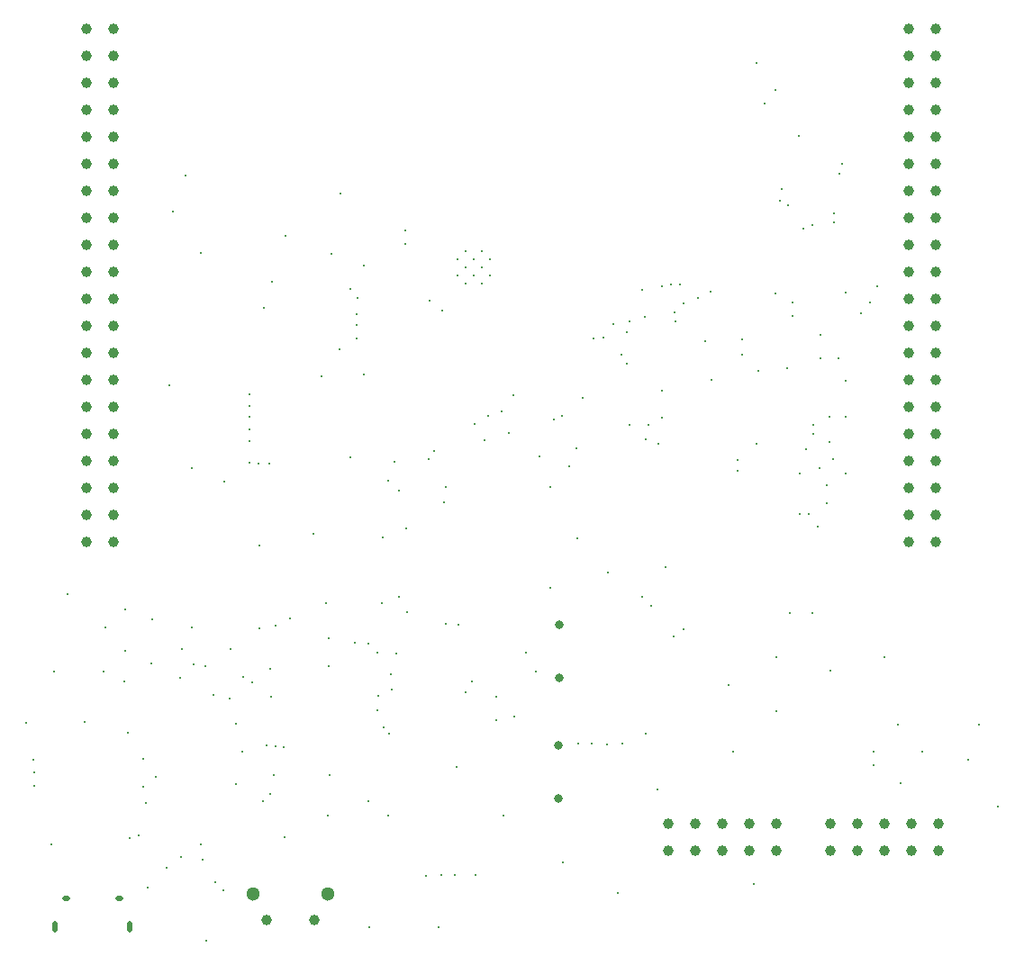
<source format=gbr>
%TF.GenerationSoftware,KiCad,Pcbnew,9.0.6-9.0.6~ubuntu25.04.1*%
%TF.CreationDate,2025-11-16T21:21:57+01:00*%
%TF.ProjectId,CPU,4350552e-6b69-4636-9164-5f7063625858,V0.2*%
%TF.SameCoordinates,Original*%
%TF.FileFunction,Plated,1,2,PTH,Mixed*%
%TF.FilePolarity,Positive*%
%FSLAX46Y46*%
G04 Gerber Fmt 4.6, Leading zero omitted, Abs format (unit mm)*
G04 Created by KiCad (PCBNEW 9.0.6-9.0.6~ubuntu25.04.1) date 2025-11-16 21:21:57*
%MOMM*%
%LPD*%
G01*
G04 APERTURE LIST*
%TA.AperFunction,ComponentDrill*%
%ADD10C,0.200000*%
%TD*%
%TA.AperFunction,ViaDrill*%
%ADD11C,0.300000*%
%TD*%
G04 aperture for slot hole*
%TA.AperFunction,ComponentDrill*%
%ADD12C,0.500000*%
%TD*%
G04 aperture for slot hole*
%TA.AperFunction,ComponentDrill*%
%ADD13C,0.550000*%
%TD*%
%TA.AperFunction,ComponentDrill*%
%ADD14C,0.800000*%
%TD*%
%TA.AperFunction,ComponentDrill*%
%ADD15C,1.000000*%
%TD*%
%TA.AperFunction,ComponentDrill*%
%ADD16C,1.300000*%
%TD*%
G04 APERTURE END LIST*
D10*
%TO.C,U401*%
X130389000Y-91347500D03*
X130389000Y-92872500D03*
X131151500Y-90585000D03*
X131151500Y-92110000D03*
X131151500Y-93635000D03*
X131914000Y-91347500D03*
X131914000Y-92872500D03*
X132676500Y-90585000D03*
X132676500Y-92110000D03*
X132676500Y-93635000D03*
X133439000Y-91347500D03*
X133439000Y-92872500D03*
%TD*%
D11*
X89789000Y-134924800D03*
X90500200Y-138430000D03*
X90525600Y-139598400D03*
X90551000Y-140893800D03*
X92176600Y-146329400D03*
X92430600Y-130124200D03*
X93726000Y-122783600D03*
X95331804Y-134810559D03*
X97091250Y-130076300D03*
X97282000Y-125933200D03*
X99060000Y-131013200D03*
X99085400Y-124231400D03*
X99085400Y-128193800D03*
X99364800Y-135839200D03*
X99537500Y-145745200D03*
X100397128Y-145507865D03*
X100812600Y-138353800D03*
X100812600Y-140970000D03*
X101066600Y-142457800D03*
X101230200Y-150418800D03*
X101600000Y-129311400D03*
X101625400Y-125171200D03*
X101955600Y-140030200D03*
X102970705Y-148581700D03*
X103244000Y-103170000D03*
X103564000Y-86870000D03*
X104306140Y-130696591D03*
X104357800Y-147523200D03*
X104463043Y-127961400D03*
X104783000Y-83439000D03*
X104783000Y-83439000D03*
X105349293Y-125936400D03*
X105359200Y-110998000D03*
X105508915Y-129461115D03*
X106205500Y-90779500D03*
X106212500Y-146380200D03*
X106433800Y-147802600D03*
X106611312Y-129583400D03*
X106730800Y-155397200D03*
X107391200Y-132334000D03*
X107594400Y-149910800D03*
X108381800Y-150698200D03*
X108432600Y-112268000D03*
X108940600Y-132613400D03*
X108991400Y-127961400D03*
X109509400Y-140665200D03*
X109560200Y-135001000D03*
X110159800Y-137642600D03*
X110185200Y-130581400D03*
X110798807Y-110505432D03*
X110802000Y-104010000D03*
X110802000Y-105153000D03*
X110802000Y-106169000D03*
X110802000Y-107312000D03*
X110802000Y-108455000D03*
X111059600Y-131129191D03*
X111639028Y-110553600D03*
X111750000Y-118211600D03*
X111750000Y-126050000D03*
X112064800Y-142316200D03*
X112194000Y-95900000D03*
X112369600Y-137058400D03*
X112694000Y-110553600D03*
X112705626Y-129895400D03*
X112739800Y-141638083D03*
X112866800Y-132443000D03*
X112944000Y-93472000D03*
X113050000Y-139850000D03*
X113216275Y-137133531D03*
X113269213Y-125787157D03*
X114019238Y-137240147D03*
X114074000Y-145671000D03*
X114181000Y-89154000D03*
X114594274Y-125087157D03*
X116844000Y-117120000D03*
X117594000Y-102362000D03*
X117983149Y-123708800D03*
X118200000Y-143650000D03*
X118237000Y-127000000D03*
X118237000Y-129616200D03*
X118350000Y-139850000D03*
X118499000Y-90805000D03*
X119261000Y-99822000D03*
X119344000Y-85120000D03*
X120250000Y-94150000D03*
X120269000Y-109982000D03*
X120675400Y-127381000D03*
X120912000Y-96525000D03*
X120912000Y-97536000D03*
X120912000Y-98806000D03*
X120950000Y-94950000D03*
X121513600Y-102184200D03*
X121550000Y-91950000D03*
X121950000Y-127481200D03*
X122000000Y-142300000D03*
X122044000Y-154170000D03*
X122809000Y-128295400D03*
X122822147Y-133743000D03*
X122898657Y-132393000D03*
X123254659Y-123702746D03*
X123325000Y-117475000D03*
X123418600Y-135320400D03*
X123800000Y-143650000D03*
X123844000Y-112120000D03*
X123940496Y-135991317D03*
X124104400Y-130393000D03*
X124190209Y-131838652D03*
X124468000Y-110363000D03*
X124561600Y-128397000D03*
X124844000Y-113120000D03*
X124849000Y-123063000D03*
X125484000Y-88646000D03*
X125484000Y-89916000D03*
X125548800Y-116620000D03*
X125653800Y-124485400D03*
X127355600Y-149301200D03*
X127649600Y-110119605D03*
X127744000Y-95220000D03*
X128183652Y-109383065D03*
X128544000Y-154170000D03*
X128828800Y-149275800D03*
X128944000Y-96139000D03*
X129105200Y-114220597D03*
X129286000Y-125628400D03*
X129294000Y-112715000D03*
X130094000Y-149220000D03*
X130276600Y-139115800D03*
X130429000Y-125693000D03*
X131089400Y-132080000D03*
X131749800Y-131064000D03*
X131978400Y-106781600D03*
X132044000Y-149270000D03*
X132918200Y-108331000D03*
X133248400Y-106070400D03*
X133985000Y-134645400D03*
X134035800Y-132435600D03*
X134544000Y-105670000D03*
X134650000Y-143650000D03*
X135178800Y-107654525D03*
X135594000Y-104120000D03*
X135712200Y-134315200D03*
X136810500Y-128300000D03*
X137713400Y-130068000D03*
X138057000Y-109855000D03*
X139073000Y-112776000D03*
X139073000Y-122270000D03*
X139385031Y-106379525D03*
X140164449Y-106086229D03*
X140294000Y-148020000D03*
X140843000Y-110820200D03*
X141568000Y-109093000D03*
X141650000Y-117602000D03*
X141740000Y-136906000D03*
X142121000Y-104394000D03*
X142950000Y-136900000D03*
X143129000Y-98740000D03*
X144062074Y-98711126D03*
X144373600Y-136956800D03*
X144534000Y-120751600D03*
X145000000Y-97450000D03*
X145440400Y-150952200D03*
X145725000Y-100330000D03*
X145844000Y-136900000D03*
X146282463Y-98200000D03*
X146282463Y-101154515D03*
X146513035Y-97141011D03*
X146527558Y-106919599D03*
X147700000Y-123070000D03*
X147752823Y-94240288D03*
X147963000Y-96774000D03*
X148015000Y-135973000D03*
X148039389Y-108236197D03*
X148344012Y-106870912D03*
X148600000Y-123900000D03*
X149158000Y-141180000D03*
X149233000Y-108712000D03*
X149538345Y-103732778D03*
X149541454Y-93893775D03*
X149556782Y-106235624D03*
X149936200Y-120320000D03*
X150462657Y-93725000D03*
X150647400Y-126796800D03*
X150801573Y-96301644D03*
X150866398Y-97149171D03*
X151296218Y-93725000D03*
X151576811Y-95506523D03*
X151612600Y-126147200D03*
X152981669Y-94939636D03*
X153678000Y-99060000D03*
X154186000Y-94361000D03*
X154216585Y-102663000D03*
X155858298Y-131370298D03*
X156270000Y-137624000D03*
X156726000Y-110236000D03*
X156726000Y-111252000D03*
X157107000Y-100330000D03*
X157144032Y-98880000D03*
X158175000Y-150070000D03*
X158504000Y-72898000D03*
X158504000Y-108712000D03*
X158628810Y-101859000D03*
X159266000Y-76708000D03*
X160282000Y-75438000D03*
X160282000Y-94578000D03*
X160334000Y-128734000D03*
X160334000Y-133814000D03*
X160692938Y-85831368D03*
X160862000Y-84763000D03*
X161328320Y-101587520D03*
X161412179Y-86284353D03*
X161594000Y-124570000D03*
X161837200Y-95362000D03*
X161842689Y-96662000D03*
X162404000Y-79756000D03*
X162568000Y-111506000D03*
X162568000Y-115316000D03*
X162907880Y-88484652D03*
X163155000Y-109220000D03*
X163418003Y-115316000D03*
X163682438Y-88134562D03*
X163736000Y-124562000D03*
X163838000Y-106934000D03*
X163838000Y-107784003D03*
X164242500Y-116482500D03*
X164422737Y-110955691D03*
X164440716Y-100667787D03*
X164473000Y-98425000D03*
X165108000Y-112623000D03*
X165108000Y-114300000D03*
X165311119Y-108527496D03*
X165362000Y-106172000D03*
X165414000Y-130004000D03*
X165668449Y-110130748D03*
X165738000Y-87047153D03*
X165738000Y-87862540D03*
X166161000Y-100644231D03*
X166288000Y-83310772D03*
X166505000Y-82320000D03*
X166886000Y-94488000D03*
X166886000Y-102743000D03*
X166886000Y-106172000D03*
X166886000Y-111486000D03*
X168283000Y-96393000D03*
X169172000Y-95377000D03*
X169478000Y-137624000D03*
X169478000Y-138894000D03*
X169807000Y-93853000D03*
X170494000Y-128720000D03*
X171764000Y-135084000D03*
X171994000Y-140570000D03*
X174050000Y-137624000D03*
X178368000Y-138386000D03*
X179384000Y-135084000D03*
X181162000Y-142820000D03*
D12*
%TO.C,J101*%
X92552000Y-154434400D02*
X92552000Y-153784400D01*
X99552000Y-154434400D02*
X99552000Y-153784400D01*
D13*
X93702000Y-151409400D02*
X93402000Y-151409400D01*
X98702000Y-151409400D02*
X98402000Y-151409400D01*
D14*
%TO.C,C202*%
X139850000Y-137050000D03*
X139850000Y-142050000D03*
%TO.C,C201*%
X139950000Y-125741067D03*
X139950000Y-130741067D03*
D15*
%TO.C,J501*%
X95444000Y-69620000D03*
X95444000Y-72160000D03*
X95444000Y-74700000D03*
X95444000Y-77240000D03*
X95444000Y-79780000D03*
X95444000Y-82320000D03*
X95444000Y-84860000D03*
X95444000Y-87400000D03*
X95444000Y-89940000D03*
X95444000Y-92480000D03*
X95444000Y-95020000D03*
X95444000Y-97560000D03*
X95444000Y-100100000D03*
X95444000Y-102640000D03*
X95444000Y-105180000D03*
X95444000Y-107720000D03*
X95444000Y-110260000D03*
X95444000Y-112800000D03*
X95444000Y-115340000D03*
X95444000Y-117880000D03*
X97984000Y-69620000D03*
X97984000Y-72160000D03*
X97984000Y-74700000D03*
X97984000Y-77240000D03*
X97984000Y-79780000D03*
X97984000Y-82320000D03*
X97984000Y-84860000D03*
X97984000Y-87400000D03*
X97984000Y-89940000D03*
X97984000Y-92480000D03*
X97984000Y-95020000D03*
X97984000Y-97560000D03*
X97984000Y-100100000D03*
X97984000Y-102640000D03*
X97984000Y-105180000D03*
X97984000Y-107720000D03*
X97984000Y-110260000D03*
X97984000Y-112800000D03*
X97984000Y-115340000D03*
X97984000Y-117880000D03*
%TO.C,SW102*%
X112424000Y-153490000D03*
X116924000Y-153490000D03*
%TO.C,J602*%
X150154000Y-144445000D03*
X150154000Y-146985000D03*
X152694000Y-144445000D03*
X152694000Y-146985000D03*
X155234000Y-144445000D03*
X155234000Y-146985000D03*
X157774000Y-144445000D03*
X157774000Y-146985000D03*
X160314000Y-144445000D03*
X160314000Y-146985000D03*
%TO.C,J601*%
X165394000Y-144445000D03*
X165394000Y-146985000D03*
X167934000Y-144445000D03*
X167934000Y-146985000D03*
X170474000Y-144445000D03*
X170474000Y-146985000D03*
%TO.C,J502*%
X172804000Y-69620000D03*
X172804000Y-72160000D03*
X172804000Y-74700000D03*
X172804000Y-77240000D03*
X172804000Y-79780000D03*
X172804000Y-82320000D03*
X172804000Y-84860000D03*
X172804000Y-87400000D03*
X172804000Y-89940000D03*
X172804000Y-92480000D03*
X172804000Y-95020000D03*
X172804000Y-97560000D03*
X172804000Y-100100000D03*
X172804000Y-102640000D03*
X172804000Y-105180000D03*
X172804000Y-107720000D03*
X172804000Y-110260000D03*
X172804000Y-112800000D03*
X172804000Y-115340000D03*
X172804000Y-117880000D03*
%TO.C,J601*%
X173014000Y-144445000D03*
X173014000Y-146985000D03*
%TO.C,J502*%
X175344000Y-69620000D03*
X175344000Y-72160000D03*
X175344000Y-74700000D03*
X175344000Y-77240000D03*
X175344000Y-79780000D03*
X175344000Y-82320000D03*
X175344000Y-84860000D03*
X175344000Y-87400000D03*
X175344000Y-89940000D03*
X175344000Y-92480000D03*
X175344000Y-95020000D03*
X175344000Y-97560000D03*
X175344000Y-100100000D03*
X175344000Y-102640000D03*
X175344000Y-105180000D03*
X175344000Y-107720000D03*
X175344000Y-110260000D03*
X175344000Y-112800000D03*
X175344000Y-115340000D03*
X175344000Y-117880000D03*
%TO.C,J601*%
X175554000Y-144445000D03*
X175554000Y-146985000D03*
D16*
%TO.C,SW102*%
X111174000Y-150990000D03*
X118174000Y-150990000D03*
M02*

</source>
